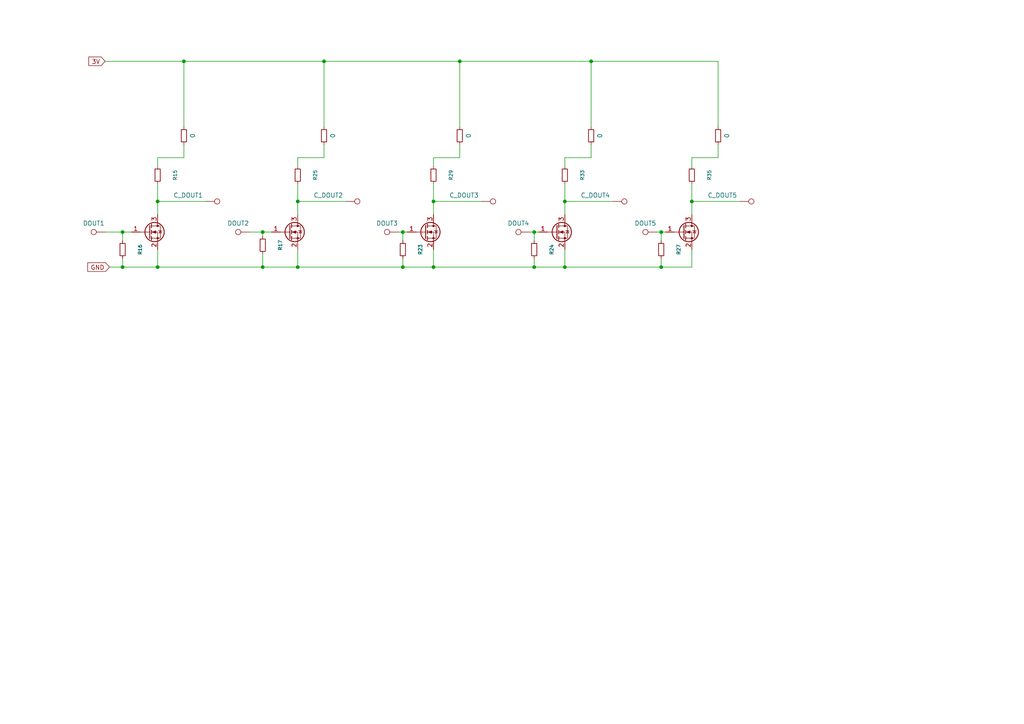
<source format=kicad_sch>
(kicad_sch (version 20250114) (generator "eeschema") (generator_version "9.0")
  (paper "A4")
  (lib_symbols
    (symbol "Connector:TestPoint" (pin_numbers (hide yes)) (pin_names (offset 0.762) (hide yes))
      (property "Reference" "TP" (at 0 6.858 0))
      (property "Value" "TestPoint" (at 0 5.08 0))
      (symbol "TestPoint_0_1"
        (circle (center 0 3.302) (radius 0.762))
      )
      (symbol "TestPoint_1_1"
        (pin passive line (at 0 0 90) (length 2.54) (name "1") (number "1"))
      )
    )
    (symbol "Device:R_Small" (pin_numbers (hide yes)) (pin_names (offset 0.254) (hide yes))
      (property "Reference" "R" (at 0 0 90))
      (property "Value" "R_Small" (at 1.778 0 90))
      (symbol "R_Small_0_1"
        (rectangle (start -0.762 1.778) (end 0.762 -1.778) (stroke (width 0.2032)))
      )
      (symbol "R_Small_1_1"
        (pin passive line (at 0 2.54 270) (length 0.762) (name "~") (number "1"))
        (pin passive line (at 0 -2.54 90) (length 0.762) (name "~") (number "2"))
      )
    )
    (symbol "Transistor_FET:2N7002K" (pin_names (hide yes))
      (property "Reference" "Q" (at 5.08 1.905 0))
      (property "Value" "2N7002K" (at 5.08 0 0))
      (symbol "2N7002K_0_1"
        (polyline (pts (xy 0.254 1.905) (xy 0.254 -1.905)) (stroke (width 0.254)))
        (polyline (pts (xy 0.254 0) (xy -2.54 0)))
        (polyline (pts (xy 0.762 2.286) (xy 0.762 1.27)) (stroke (width 0.254)))
        (polyline (pts (xy 0.762 0.508) (xy 0.762 -0.508)) (stroke (width 0.254)))
        (polyline (pts (xy 0.762 -1.27) (xy 0.762 -2.286)) (stroke (width 0.254)))
        (polyline (pts (xy 0.762 -1.778) (xy 3.302 -1.778) (xy 3.302 1.778) (xy 0.762 1.778)))
        (polyline (pts (xy 1.016 0) (xy 2.032 0.381) (xy 2.032 -0.381) (xy 1.016 0)) (fill (type outline)))
        (circle (center 1.651 0) (radius 2.794) (stroke (width 0.254)))
        (polyline (pts (xy 2.54 2.54) (xy 2.54 1.778)))
        (circle (center 2.54 1.778) (radius 0.254) (fill (type outline)))
        (circle (center 2.54 -1.778) (radius 0.254) (fill (type outline)))
        (polyline (pts (xy 2.54 -2.54) (xy 2.54 0) (xy 0.762 0)))
        (polyline (pts (xy 2.794 0.508) (xy 2.921 0.381) (xy 3.683 0.381) (xy 3.81 0.254)))
        (polyline (pts (xy 3.302 0.381) (xy 2.921 -0.254) (xy 3.683 -0.254) (xy 3.302 0.381)))
      )
      (symbol "2N7002K_1_1"
        (pin input line (at -5.08 0 0) (length 2.54) (name "G") (number "1"))
        (pin passive line (at 2.54 5.08 270) (length 2.54) (name "D") (number "3"))
        (pin passive line (at 2.54 -5.08 90) (length 2.54) (name "S") (number "2"))
      )
    )
  )
  (junction (at 35.56 67.31))
  (junction (at 45.72 77.47))
  (junction (at 191.77 77.47))
  (junction (at 200.66 58.42))
  (junction (at 125.73 77.47))
  (junction (at 125.73 58.42))
  (junction (at 163.83 77.47))
  (junction (at 53.34 17.78))
  (junction (at 171.45 17.78))
  (junction (at 93.98 17.78))
  (junction (at 191.77 67.31))
  (junction (at 86.36 77.47))
  (junction (at 154.94 77.47))
  (junction (at 35.56 77.47))
  (junction (at 76.2 67.31))
  (junction (at 163.83 58.42))
  (junction (at 76.2 77.47))
  (junction (at 116.84 67.31))
  (junction (at 45.72 58.42))
  (junction (at 86.36 58.42))
  (junction (at 133.35 17.78))
  (junction (at 116.84 77.47))
  (junction (at 154.94 67.31))
  (wire (pts (xy 200.66 45.72) (xy 200.66 48.26)))
  (wire (pts (xy 125.73 77.47) (xy 154.94 77.47)))
  (wire (pts (xy 191.77 77.47) (xy 200.66 77.47)))
  (wire (pts (xy 125.73 45.72) (xy 133.35 45.72)))
  (wire (pts (xy 53.34 17.78) (xy 53.34 36.83)))
  (wire (pts (xy 125.73 72.39) (xy 125.73 77.47)))
  (wire (pts (xy 45.72 77.47) (xy 76.2 77.47)))
  (wire (pts (xy 190.5 67.31) (xy 191.77 67.31)))
  (wire (pts (xy 93.98 17.78) (xy 93.98 36.83)))
  (wire (pts (xy 163.83 53.34) (xy 163.83 58.42)))
  (wire (pts (xy 30.48 17.78) (xy 53.34 17.78)))
  (wire (pts (xy 45.72 45.72) (xy 45.72 48.26)))
  (wire (pts (xy 171.45 17.78) (xy 171.45 36.83)))
  (wire (pts (xy 154.94 74.93) (xy 154.94 77.47)))
  (wire (pts (xy 86.36 45.72) (xy 86.36 48.26)))
  (wire (pts (xy 125.73 45.72) (xy 125.73 48.26)))
  (wire (pts (xy 116.84 67.31) (xy 116.84 69.85)))
  (wire (pts (xy 35.56 74.93) (xy 35.56 77.47)))
  (wire (pts (xy 200.66 58.42) (xy 214.63 58.42)))
  (wire (pts (xy 72.39 67.31) (xy 76.2 67.31)))
  (wire (pts (xy 45.72 77.47) (xy 35.56 77.47)))
  (wire (pts (xy 191.77 74.93) (xy 191.77 77.47)))
  (wire (pts (xy 86.36 72.39) (xy 86.36 77.47)))
  (wire (pts (xy 125.73 58.42) (xy 125.73 62.23)))
  (wire (pts (xy 200.66 53.34) (xy 200.66 58.42)))
  (wire (pts (xy 125.73 53.34) (xy 125.73 58.42)))
  (wire (pts (xy 45.72 58.42) (xy 59.69 58.42)))
  (wire (pts (xy 86.36 45.72) (xy 93.98 45.72)))
  (wire (pts (xy 133.35 17.78) (xy 133.35 36.83)))
  (wire (pts (xy 154.94 67.31) (xy 156.21 67.31)))
  (wire (pts (xy 163.83 45.72) (xy 163.83 48.26)))
  (wire (pts (xy 200.66 58.42) (xy 200.66 62.23)))
  (wire (pts (xy 116.84 74.93) (xy 116.84 77.47)))
  (wire (pts (xy 86.36 58.42) (xy 100.33 58.42)))
  (wire (pts (xy 163.83 45.72) (xy 171.45 45.72)))
  (wire (pts (xy 200.66 72.39) (xy 200.66 77.47)))
  (wire (pts (xy 154.94 77.47) (xy 163.83 77.47)))
  (wire (pts (xy 45.72 72.39) (xy 45.72 77.47)))
  (wire (pts (xy 86.36 58.42) (xy 86.36 62.23)))
  (wire (pts (xy 35.56 77.47) (xy 31.75 77.47)))
  (wire (pts (xy 76.2 67.31) (xy 78.74 67.31)))
  (wire (pts (xy 86.36 53.34) (xy 86.36 58.42)))
  (wire (pts (xy 53.34 41.91) (xy 53.34 45.72)))
  (wire (pts (xy 163.83 72.39) (xy 163.83 77.47)))
  (wire (pts (xy 154.94 67.31) (xy 154.94 69.85)))
  (wire (pts (xy 171.45 41.91) (xy 171.45 45.72)))
  (wire (pts (xy 35.56 67.31) (xy 35.56 69.85)))
  (wire (pts (xy 200.66 45.72) (xy 208.28 45.72)))
  (wire (pts (xy 208.28 17.78) (xy 208.28 36.83)))
  (wire (pts (xy 35.56 67.31) (xy 38.1 67.31)))
  (wire (pts (xy 86.36 77.47) (xy 116.84 77.47)))
  (wire (pts (xy 76.2 77.47) (xy 86.36 77.47)))
  (wire (pts (xy 76.2 73.66) (xy 76.2 77.47)))
  (wire (pts (xy 133.35 17.78) (xy 171.45 17.78)))
  (wire (pts (xy 133.35 41.91) (xy 133.35 45.72)))
  (wire (pts (xy 116.84 77.47) (xy 125.73 77.47)))
  (wire (pts (xy 125.73 58.42) (xy 139.7 58.42)))
  (wire (pts (xy 116.84 67.31) (xy 118.11 67.31)))
  (wire (pts (xy 208.28 41.91) (xy 208.28 45.72)))
  (wire (pts (xy 153.67 67.31) (xy 154.94 67.31)))
  (wire (pts (xy 191.77 67.31) (xy 193.04 67.31)))
  (wire (pts (xy 93.98 17.78) (xy 133.35 17.78)))
  (wire (pts (xy 76.2 67.31) (xy 76.2 68.58)))
  (wire (pts (xy 30.48 67.31) (xy 35.56 67.31)))
  (wire (pts (xy 45.72 45.72) (xy 53.34 45.72)))
  (wire (pts (xy 45.72 58.42) (xy 45.72 62.23)))
  (wire (pts (xy 171.45 17.78) (xy 208.28 17.78)))
  (wire (pts (xy 191.77 67.31) (xy 191.77 69.85)))
  (wire (pts (xy 45.72 53.34) (xy 45.72 58.42)))
  (wire (pts (xy 93.98 41.91) (xy 93.98 45.72)))
  (wire (pts (xy 163.83 58.42) (xy 163.83 62.23)))
  (wire (pts (xy 115.57 67.31) (xy 116.84 67.31)))
  (wire (pts (xy 163.83 77.47) (xy 191.77 77.47)))
  (wire (pts (xy 53.34 17.78) (xy 93.98 17.78)))
  (wire (pts (xy 163.83 58.42) (xy 177.8 58.42)))
  (global_label "GND" (shape input) (at 31.75 77.47 180) (property "Intersheetrefs" "${INTERSHEET_REFS}" (effects (hide yes))))
  (global_label "3V" (shape input) (at 30.48 17.78 180) (property "Intersheetrefs" "${INTERSHEET_REFS}" (effects (hide yes))))
  (symbol (lib_id "Connector:TestPoint") (at 214.63 58.42 270) (unit 1)
    (property "Reference" "C_DOUT5" (at 205.232 56.642 90) (effects (justify left)))
    (property "Value" "TestPoint" (effects (hide yes)))
    (property "Footprint" "TestPoint:TestPoint_Pad_D2.0mm" (effects (hide yes)))
    (property "Description" "test point" (effects (hide yes)))
  )
  (symbol (lib_id "Device:R_Small") (at 116.84 72.39 180) (unit 1)
    (property "Reference" "R23" (at 121.92 72.39 90) (effects (font (size 1.016 1.016))))
    (property "Value" "R_Small" (effects (hide yes)))
    (property "Footprint" "Resistor_SMD:R_1206_3216Metric_Pad1.30x1.75mm_HandSolder" (effects (hide yes)))
    (property "Description" "Resistor, small symbol" (effects (hide yes)))
  )
  (symbol (lib_id "Transistor_FET:2N7002K") (at 123.19 67.31 0) (unit 1)
    (property "Reference" "Q8" (effects (hide yes)))
    (property "Value" "2N7002K" (effects (hide yes)))
    (property "Footprint" "Package_TO_SOT_SMD:SOT-23-3" (effects (hide yes)))
    (property "Datasheet" "https://www.diodes.com/assets/Datasheets/ds30896.pdf" (effects (hide yes)))
    (property "Description" "0.38A Id, 60V Vds, N-Channel MOSFET, SOT-23" (effects (hide yes)))
  )
  (symbol (lib_id "Connector:TestPoint") (at 177.8 58.42 270) (unit 1)
    (property "Reference" "C_DOUT4" (at 168.402 56.642 90) (effects (justify left)))
    (property "Value" "TestPoint" (effects (hide yes)))
    (property "Footprint" "TestPoint:TestPoint_Pad_D2.0mm" (effects (hide yes)))
    (property "Description" "test point" (effects (hide yes)))
  )
  (symbol (lib_id "Connector:TestPoint") (at 139.7 58.42 270) (unit 1)
    (property "Reference" "C_DOUT3" (at 130.302 56.642 90) (effects (justify left)))
    (property "Value" "TestPoint" (effects (hide yes)))
    (property "Footprint" "TestPoint:TestPoint_Pad_D2.0mm" (effects (hide yes)))
    (property "Description" "test point" (effects (hide yes)))
  )
  (symbol (lib_id "Connector:TestPoint") (at 30.48 67.31 90) (unit 1)
    (property "Reference" "DOUT1" (at 27.178 64.77 90))
    (property "Value" "TestPoint" (effects (hide yes)))
    (property "Footprint" "TestPoint:TestPoint_Pad_2.0x2.0mm" (effects (hide yes)))
    (property "Description" "test point" (effects (hide yes)))
  )
  (symbol (lib_id "Device:R_Small") (at 171.45 39.37 180) (unit 1)
    (property "Reference" "R34" (effects (hide yes)))
    (property "Value" "0" (at 173.99 39.37 90))
    (property "Footprint" "Resistor_SMD:R_1206_3216Metric_Pad1.30x1.75mm_HandSolder" (effects (hide yes)))
    (property "Description" "Resistor, small symbol" (effects (hide yes)))
  )
  (symbol (lib_id "Transistor_FET:2N7002K") (at 198.12 67.31 0) (unit 1)
    (property "Reference" "Q10" (effects (hide yes)))
    (property "Value" "2N7002K" (effects (hide yes)))
    (property "Footprint" "Package_TO_SOT_SMD:SOT-23-3" (effects (hide yes)))
    (property "Datasheet" "https://www.diodes.com/assets/Datasheets/ds30896.pdf" (effects (hide yes)))
    (property "Description" "0.38A Id, 60V Vds, N-Channel MOSFET, SOT-23" (effects (hide yes)))
  )
  (symbol (lib_id "Connector:TestPoint") (at 100.33 58.42 270) (unit 1)
    (property "Reference" "C_DOUT2" (at 90.932 56.642 90) (effects (justify left)))
    (property "Value" "TestPoint" (effects (hide yes)))
    (property "Footprint" "TestPoint:TestPoint_Pad_D2.0mm" (effects (hide yes)))
    (property "Description" "test point" (effects (hide yes)))
  )
  (symbol (lib_id "Device:R_Small") (at 208.28 39.37 180) (unit 1)
    (property "Reference" "R36" (effects (hide yes)))
    (property "Value" "0" (at 210.82 39.37 90))
    (property "Footprint" "Resistor_SMD:R_1206_3216Metric_Pad1.30x1.75mm_HandSolder" (effects (hide yes)))
    (property "Description" "Resistor, small symbol" (effects (hide yes)))
  )
  (symbol (lib_id "Device:R_Small") (at 45.72 50.8 180) (unit 1)
    (property "Reference" "R15" (at 50.8 50.8 90) (effects (font (size 1.016 1.016))))
    (property "Value" "R_Small" (effects (hide yes)))
    (property "Footprint" "Resistor_SMD:R_1206_3216Metric_Pad1.30x1.75mm_HandSolder" (effects (hide yes)))
    (property "Description" "Resistor, small symbol" (effects (hide yes)))
  )
  (symbol (lib_id "Connector:TestPoint") (at 153.67 67.31 90) (unit 1)
    (property "Reference" "DOUT4" (at 150.368 64.77 90))
    (property "Value" "TestPoint" (effects (hide yes)))
    (property "Footprint" "TestPoint:TestPoint_Pad_2.0x2.0mm" (effects (hide yes)))
    (property "Description" "test point" (effects (hide yes)))
  )
  (symbol (lib_id "Device:R_Small") (at 163.83 50.8 180) (unit 1)
    (property "Reference" "R33" (at 168.91 50.8 90) (effects (font (size 1.016 1.016))))
    (property "Value" "R_Small" (effects (hide yes)))
    (property "Footprint" "Resistor_SMD:R_1206_3216Metric_Pad1.30x1.75mm_HandSolder" (effects (hide yes)))
    (property "Description" "Resistor, small symbol" (effects (hide yes)))
  )
  (symbol (lib_id "Transistor_FET:2N7002K") (at 43.18 67.31 0) (unit 1)
    (property "Reference" "Q5" (effects (hide yes)))
    (property "Value" "2N7002K" (effects (hide yes)))
    (property "Footprint" "Package_TO_SOT_SMD:SOT-23-3" (effects (hide yes)))
    (property "Datasheet" "https://www.diodes.com/assets/Datasheets/ds30896.pdf" (effects (hide yes)))
    (property "Description" "0.38A Id, 60V Vds, N-Channel MOSFET, SOT-23" (effects (hide yes)))
  )
  (symbol (lib_id "Device:R_Small") (at 200.66 50.8 180) (unit 1)
    (property "Reference" "R35" (at 205.74 50.8 90) (effects (font (size 1.016 1.016))))
    (property "Value" "R_Small" (effects (hide yes)))
    (property "Footprint" "Resistor_SMD:R_1206_3216Metric_Pad1.30x1.75mm_HandSolder" (effects (hide yes)))
    (property "Description" "Resistor, small symbol" (effects (hide yes)))
  )
  (symbol (lib_id "Device:R_Small") (at 93.98 39.37 180) (unit 1)
    (property "Reference" "R26" (effects (hide yes)))
    (property "Value" "0" (at 96.52 39.37 90))
    (property "Footprint" "Resistor_SMD:R_1206_3216Metric_Pad1.30x1.75mm_HandSolder" (effects (hide yes)))
    (property "Description" "Resistor, small symbol" (effects (hide yes)))
  )
  (symbol (lib_id "Device:R_Small") (at 35.56 72.39 180) (unit 1)
    (property "Reference" "R16" (at 40.64 72.39 90) (effects (font (size 1.016 1.016))))
    (property "Value" "R_Small" (effects (hide yes)))
    (property "Footprint" "Resistor_SMD:R_1206_3216Metric_Pad1.30x1.75mm_HandSolder" (effects (hide yes)))
    (property "Description" "Resistor, small symbol" (effects (hide yes)))
  )
  (symbol (lib_id "Device:R_Small") (at 133.35 39.37 180) (unit 1)
    (property "Reference" "R30" (effects (hide yes)))
    (property "Value" "0" (at 135.89 39.37 90))
    (property "Footprint" "Resistor_SMD:R_1206_3216Metric_Pad1.30x1.75mm_HandSolder" (effects (hide yes)))
    (property "Description" "Resistor, small symbol" (effects (hide yes)))
  )
  (symbol (lib_id "Device:R_Small") (at 76.2 71.12 180) (unit 1)
    (property "Reference" "R17" (at 81.28 71.12 90) (effects (font (size 1.016 1.016))))
    (property "Value" "R_Small" (effects (hide yes)))
    (property "Footprint" "Resistor_SMD:R_1206_3216Metric_Pad1.30x1.75mm_HandSolder" (effects (hide yes)))
    (property "Description" "Resistor, small symbol" (effects (hide yes)))
  )
  (symbol (lib_id "Device:R_Small") (at 154.94 72.39 180) (unit 1)
    (property "Reference" "R24" (at 160.02 72.39 90) (effects (font (size 1.016 1.016))))
    (property "Value" "R_Small" (effects (hide yes)))
    (property "Footprint" "Resistor_SMD:R_1206_3216Metric_Pad1.30x1.75mm_HandSolder" (effects (hide yes)))
    (property "Description" "Resistor, small symbol" (effects (hide yes)))
  )
  (symbol (lib_id "Connector:TestPoint") (at 72.39 67.31 90) (unit 1)
    (property "Reference" "DOUT2" (at 69.088 64.77 90))
    (property "Value" "TestPoint" (effects (hide yes)))
    (property "Footprint" "TestPoint:TestPoint_Pad_2.0x2.0mm" (effects (hide yes)))
    (property "Description" "test point" (effects (hide yes)))
  )
  (symbol (lib_id "Connector:TestPoint") (at 59.69 58.42 270) (unit 1)
    (property "Reference" "C_DOUT1" (at 50.292 56.642 90) (effects (justify left)))
    (property "Value" "TestPoint" (effects (hide yes)))
    (property "Footprint" "TestPoint:TestPoint_Pad_D2.0mm" (effects (hide yes)))
    (property "Description" "test point" (effects (hide yes)))
  )
  (symbol (lib_id "Transistor_FET:2N7002K") (at 161.29 67.31 0) (unit 1)
    (property "Reference" "Q9" (effects (hide yes)))
    (property "Value" "2N7002K" (effects (hide yes)))
    (property "Footprint" "Package_TO_SOT_SMD:SOT-23-3" (effects (hide yes)))
    (property "Datasheet" "https://www.diodes.com/assets/Datasheets/ds30896.pdf" (effects (hide yes)))
    (property "Description" "0.38A Id, 60V Vds, N-Channel MOSFET, SOT-23" (effects (hide yes)))
  )
  (symbol (lib_id "Connector:TestPoint") (at 115.57 67.31 90) (unit 1)
    (property "Reference" "DOUT3" (at 112.268 64.77 90))
    (property "Value" "TestPoint" (effects (hide yes)))
    (property "Footprint" "TestPoint:TestPoint_Pad_2.0x2.0mm" (effects (hide yes)))
    (property "Description" "test point" (effects (hide yes)))
  )
  (symbol (lib_id "Device:R_Small") (at 191.77 72.39 180) (unit 1)
    (property "Reference" "R27" (at 196.85 72.39 90) (effects (font (size 1.016 1.016))))
    (property "Value" "R_Small" (effects (hide yes)))
    (property "Footprint" "Resistor_SMD:R_1206_3216Metric_Pad1.30x1.75mm_HandSolder" (effects (hide yes)))
    (property "Description" "Resistor, small symbol" (effects (hide yes)))
  )
  (symbol (lib_id "Device:R_Small") (at 125.73 50.8 180) (unit 1)
    (property "Reference" "R29" (at 130.81 50.8 90) (effects (font (size 1.016 1.016))))
    (property "Value" "R_Small" (effects (hide yes)))
    (property "Footprint" "Resistor_SMD:R_1206_3216Metric_Pad1.30x1.75mm_HandSolder" (effects (hide yes)))
    (property "Description" "Resistor, small symbol" (effects (hide yes)))
  )
  (symbol (lib_id "Transistor_FET:2N7002K") (at 83.82 67.31 0) (unit 1)
    (property "Reference" "Q7" (effects (hide yes)))
    (property "Value" "2N7002K" (effects (hide yes)))
    (property "Footprint" "Package_TO_SOT_SMD:SOT-23-3" (effects (hide yes)))
    (property "Datasheet" "https://www.diodes.com/assets/Datasheets/ds30896.pdf" (effects (hide yes)))
    (property "Description" "0.38A Id, 60V Vds, N-Channel MOSFET, SOT-23" (effects (hide yes)))
  )
  (symbol (lib_id "Connector:TestPoint") (at 190.5 67.31 90) (unit 1)
    (property "Reference" "DOUT5" (at 187.198 64.77 90))
    (property "Value" "TestPoint" (effects (hide yes)))
    (property "Footprint" "TestPoint:TestPoint_Pad_2.0x2.0mm" (effects (hide yes)))
    (property "Description" "test point" (effects (hide yes)))
  )
  (symbol (lib_id "Device:R_Small") (at 86.36 50.8 180) (unit 1)
    (property "Reference" "R25" (at 91.44 50.8 90) (effects (font (size 1.016 1.016))))
    (property "Value" "R_Small" (effects (hide yes)))
    (property "Footprint" "Resistor_SMD:R_1206_3216Metric_Pad1.30x1.75mm_HandSolder" (effects (hide yes)))
    (property "Description" "Resistor, small symbol" (effects (hide yes)))
  )
  (symbol (lib_id "Device:R_Small") (at 53.34 39.37 180) (unit 1)
    (property "Reference" "R18" (effects (hide yes)))
    (property "Value" "0" (at 55.88 39.37 90))
    (property "Footprint" "Resistor_SMD:R_1206_3216Metric_Pad1.30x1.75mm_HandSolder" (effects (hide yes)))
    (property "Description" "Resistor, small symbol" (effects (hide yes)))
  )
)
</source>
